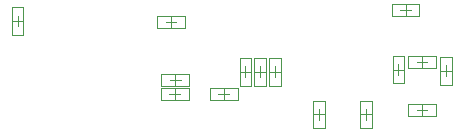
<source format=gbr>
%TF.GenerationSoftware,Altium Limited,Altium Designer,18.1.7 (191)*%
G04 Layer_Color=32768*
%FSLAX26Y26*%
%MOIN*%
%TF.FileFunction,Other,Mechanical_15*%
%TF.Part,Single*%
G01*
G75*
%TA.AperFunction,NonConductor*%
%ADD68C,0.003937*%
D68*
X374016Y575197D02*
Y610630D01*
X356299Y592913D02*
X391732D01*
X354331Y546654D02*
Y639173D01*
X393701Y546654D02*
Y639173D01*
X354331Y546654D02*
X393701D01*
X354331Y639173D02*
X393701D01*
X1133858Y406279D02*
Y441712D01*
X1116142Y423995D02*
X1151575D01*
X1114173Y377735D02*
Y470255D01*
X1153543Y377735D02*
Y470255D01*
X1114173Y377735D02*
X1153543D01*
X1114173Y470255D02*
X1153543D01*
X1183071Y406279D02*
Y441712D01*
X1165354Y423995D02*
X1200787D01*
X1163386Y377735D02*
Y470255D01*
X1202756Y377735D02*
Y470255D01*
X1163386Y377735D02*
X1202756D01*
X1163386Y470255D02*
X1202756D01*
X1232284Y406279D02*
Y441712D01*
X1214567Y423995D02*
X1250000D01*
X1212598Y377735D02*
Y470255D01*
X1251968Y377735D02*
Y470255D01*
X1212598Y377735D02*
X1251968D01*
X1212598Y470255D02*
X1251968D01*
X1704724Y297172D02*
X1740157D01*
X1722441Y279455D02*
Y314888D01*
X1676181Y316857D02*
X1768701D01*
X1676181Y277487D02*
X1768701D01*
X1676181D02*
Y316857D01*
X1768701Y277487D02*
Y316857D01*
X1649821Y629788D02*
X1685254D01*
X1667538Y612072D02*
Y647505D01*
X1621278Y649473D02*
X1713797D01*
X1621278Y610103D02*
X1713797D01*
X1621278D02*
Y649473D01*
X1713797Y610103D02*
Y649473D01*
X1535433Y263780D02*
Y299213D01*
X1517717Y281496D02*
X1553150D01*
X1555118Y235236D02*
Y327756D01*
X1515748Y235236D02*
Y327756D01*
X1555118D01*
X1515748Y235236D02*
X1555118D01*
X1377953Y263778D02*
Y299211D01*
X1360236Y281494D02*
X1395669D01*
X1358268Y235235D02*
Y327754D01*
X1397638Y235235D02*
Y327754D01*
X1358268Y235235D02*
X1397638D01*
X1358268Y327754D02*
X1397638D01*
X1663386Y384843D02*
Y477362D01*
X1624016Y384843D02*
Y477362D01*
X1663386D01*
X1624016Y384843D02*
X1663386D01*
X1643701Y413386D02*
Y448819D01*
X1625984Y431102D02*
X1661417D01*
X1676181Y435433D02*
Y474803D01*
X1768701Y435433D02*
Y474803D01*
X1676181D02*
X1768701D01*
X1676181Y435433D02*
X1768701D01*
X1722441Y437401D02*
Y472835D01*
X1704724Y455118D02*
X1740157D01*
X1781496Y380903D02*
X1820866D01*
X1781496Y473422D02*
X1820866D01*
X1781496Y380903D02*
Y473422D01*
X1820866Y380903D02*
Y473422D01*
X1783465Y427162D02*
X1818898D01*
X1801181Y409446D02*
Y444879D01*
X1015063Y369291D02*
X1107583D01*
X1015063Y329921D02*
X1107583D01*
X1015063D02*
Y369291D01*
X1107583Y329921D02*
Y369291D01*
X1043606Y349606D02*
X1079039D01*
X1061323Y331890D02*
Y367323D01*
X880453Y348327D02*
X915886D01*
X898170Y330610D02*
Y366043D01*
X851910Y328642D02*
X944429D01*
X851910Y368012D02*
X944429D01*
Y328642D02*
Y368012D01*
X851910Y328642D02*
Y368012D01*
X853346Y377673D02*
X945866D01*
X853346Y417043D02*
X945866D01*
Y377673D02*
Y417043D01*
X853346Y377673D02*
Y417043D01*
X881890Y397358D02*
X917323D01*
X899606Y379642D02*
Y415075D01*
X868110Y590452D02*
X903543D01*
X885827Y572736D02*
Y608169D01*
X839567Y610138D02*
X932087D01*
X839567Y570768D02*
X932087D01*
X839567D02*
Y610138D01*
X932087Y570768D02*
Y610138D01*
%TF.MD5,00f241bd1b817642215304b1cd5262a4*%
M02*

</source>
